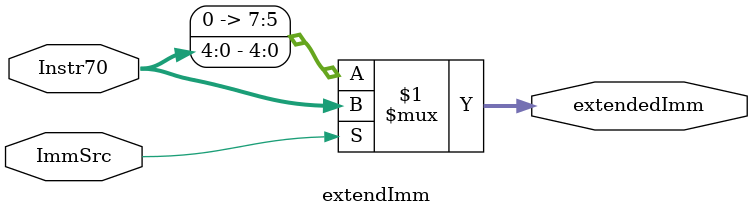
<source format=v>
module extendImm
(
//data,shift no needfor the extendedImm
//memory inst imm5 for the ldr and str
//memory inst imm8 for the immediate
//branch no need to extend
//input port
input  	  ImmSrc,
input  	  [7:0]	Instr70, 
//output port
output    [7:0]  extendedImm
);
//ImmSrc 1 no change
//ImmSrc 0 imm5
assign extendedImm=ImmSrc ? Instr70 :{3'b0,Instr70[4:0]};


endmodule
</source>
